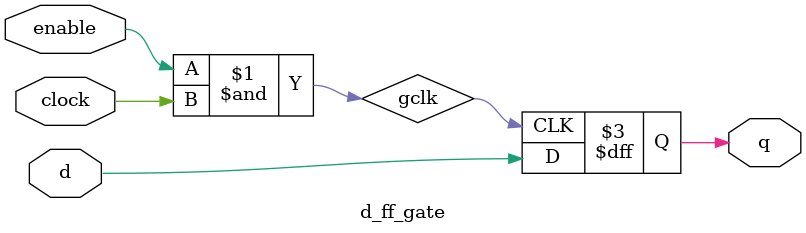
<source format=v>
module d_ff_gate(input d,input clock, input enable, output reg q);
  wire gclk;
 assign  gclk = enable & clock;
  always @(posedge gclk)
  begin
    q <=d;
  end
endmodule
</source>
